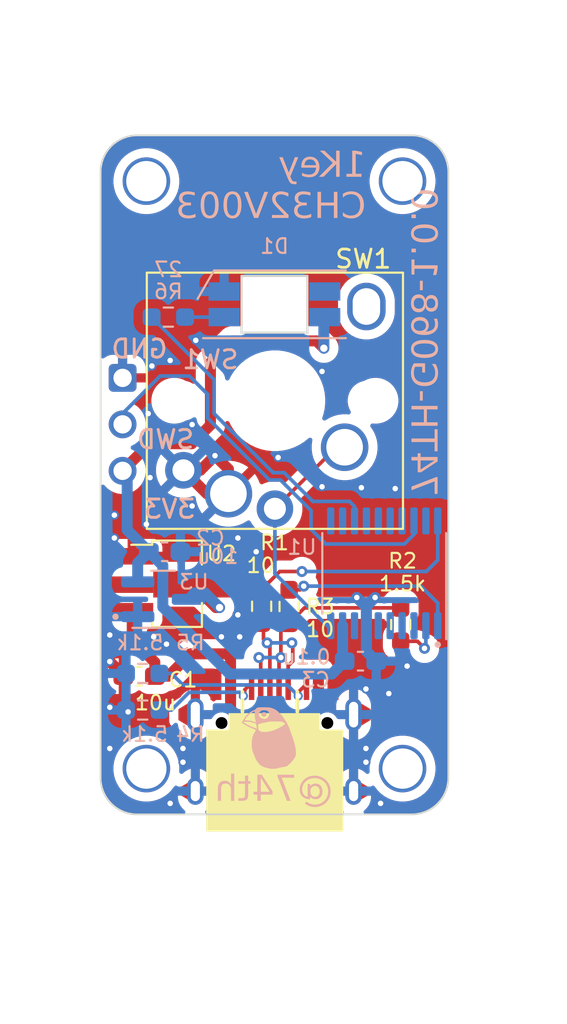
<source format=kicad_pcb>
(kicad_pcb (version 20241229) (generator "pcbnew") (generator_version "9.0")
  (title_block (rev "1.0.0"))
  (layers (0 "F.Cu" signal) (2 "B.Cu" signal) (13 "F.Paste" user) (15 "B.Paste" user) (5 "F.SilkS" user "F.Silkscreen") (7 "B.SilkS" user "B.Silkscreen") (1 "F.Mask" user) (3 "B.Mask" user) (25 "Edge.Cuts" user))
  (net 0 "")
  (net 1 "GND")
  (net 2 "+5V")
  (net 3 "+3V3")
  (net 4 "/SWDIO")
  (net 5 "Net-(D1-DIN)")
  (net 7 "/D-")
  (net 8 "/D+")
  (net 9 "Net-(J1-CC1)")
  (net 10 "Net-(J1-CC2)")
  (net 11 "Net-(U1-PD3{slash}UART_CTS{slash}ADC4)")
  (net 12 "Net-(U1-PD5{slash}UART_TX{slash}ADC5)")
  (net 13 "Net-(U1-PD4{slash}UART_CK{slash}ADC7)")
  (net 14 "Net-(U1-PC3)")
  (net 15 "Net-(U1-PC0)")
  (net 28 "Net-(U2-VO)")
  (footprint "74th:Register_0603_1608_WithSizeText" (layer "F.Cu") (at 114.4 65.73 -90)
    (property "Reference" "R2" (at -3.48 -0.1 180) (layer "F.SilkS") (effects (font (size 0.8 0.8) (thickness 0.12))))
    (property "Value" "1.5k" (hide yes))
    (fp_line (start -0.254724 0.5225) (end 0.254724 0.5225) (stroke (width 0.12)) (layer "F.SilkS"))
    (fp_line (start -0.254724 -0.5225) (end 0.254724 -0.5225) (stroke (width 0.12)) (layer "F.SilkS"))
    (fp_text user "${VALUE}" (at -2.23 -0.1 0) (layer "F.SilkS") (effects (font (size 0.8 0.8) (thickness 0.12))))
    (pad "1" smd roundrect (at -0.9125 0 270) (size 0.975 0.95) (layers "F.Cu" "F.Mask" "F.Paste") (net 7 "/D-"))
    (pad "2" smd roundrect (at 0.9125 0 270) (size 0.975 0.95) (layers "F.Cu" "F.Mask" "F.Paste") (net 12 "Net-(U1-PD5{slash}UART_TX{slash}ADC5)"))
  )
  (footprint "74th:Connector_USB-C-Receptacle_SMT_12-Pin_Simple" (layer "F.Cu") (at 107.5 74.73)
    (property "Reference" "J1" (hide yes))
    (property "Value" "USB2.0-C_SMT")
    (fp_line (start -1.75 -4.23) (end -1.75 -5.33) (stroke (width 0.2)) (layer "F.SilkS"))
    (fp_line (start 1.25 -4.23) (end 1.25 -5.33) (stroke (width 0.2)) (layer "F.SilkS"))
    (fp_rect (start -3.67 -3.2) (end 3.7 2.25) (stroke (width 0.12)) (fill yes) (layer "F.SilkS"))
    (fp_rect (start -2.45 -4.1) (end 2.45 -2.85) (stroke (width 0.12)) (fill yes) (layer "F.SilkS"))
    (pad "" np_thru_hole circle (at -2.89 -3.62 180) (size 0.65 0.65) (drill 0.65) (layers "*.Mask"))
    (pad "" np_thru_hole circle (at 2.89 -3.62 180) (size 0.65 0.65) (drill 0.65) (layers "*.Mask"))
    (pad "1" smd rect (at -2.4 -5.73 180) (size 0.6 1.7) (layers "F.Cu" "F.Mask" "F.Paste") (net 2 "+5V"))
    (pad "1" smd rect (at 2.4 -5.73 180) (size 0.6 1.7) (layers "F.Cu" "F.Mask" "F.Paste") (net 2 "+5V"))
    (pad "2" smd rect (at -0.75 -5.73 180) (size 0.3 1.7) (layers "F.Cu" "F.Mask" "F.Paste") (net 7 "/D-"))
    (pad "2" smd rect (at 0.25 -5.73 180) (size 0.3 1.7) (layers "F.Cu" "F.Mask" "F.Paste") (net 7 "/D-"))
    (pad "3" smd rect (at -0.25 -5.73 180) (size 0.3 1.7) (layers "F.Cu" "F.Mask" "F.Paste") (net 8 "/D+"))
    (pad "3" smd rect (at 0.75 -5.73 180) (size 0.3 1.7) (layers "F.Cu" "F.Mask" "F.Paste") (net 8 "/D+"))
    (pad "4" smd rect (at -3.2 -5.73 180) (size 0.6 1.7) (layers "F.Cu" "F.Mask" "F.Paste") (net 1 "GND"))
    (pad "4" smd rect (at 3.2 -5.73 180) (size 0.6 1.7) (layers "F.Cu" "F.Mask" "F.Paste") (net 1 "GND"))
    (pad "5" smd rect (at -1.25 -5.73 180) (size 0.3 1.7) (layers "F.Cu" "F.Mask" "F.Paste") (net 9 "Net-(J1-CC1)"))
    (pad "6" smd rect (at 1.75 -5.73 180) (size 0.3 1.7) (layers "F.Cu" "F.Mask" "F.Paste") (net 10 "Net-(J1-CC2)"))
    (pad "S1" smd trapezoid (at -5 -4.08 90) (size 0.9 0.5) (rect_delta 0 0.3) (layers "F.Cu" "F.Mask" "F.Paste") (net 1 "GND"))
    (pad "S1" smd trapezoid (at -5 0.1 90) (size 0.6 0.5) (rect_delta 0 0.3) (layers "F.Cu" "F.Mask" "F.Paste") (net 1 "GND"))
    (pad "S1" thru_hole oval (at -4.325 -4.08 180) (size 0.9 1.8) (drill oval 0.5 1.4) (layers "*.Cu" "*.Mask") (net 1 "GND"))
    (pad "S1" thru_hole oval (at -4.325 0.1 180) (size 0.9 1.5) (drill oval 0.5 1.1) (layers "*.Cu" "*.Mask") (net 1 "GND"))
    (pad "S1" thru_hole oval (at 4.325 -4.08 180) (size 0.9 1.8) (drill oval 0.5 1.4) (layers "*.Cu" "*.Mask") (net 1 "GND"))
    (pad "S1" thru_hole oval (at 4.325 0.1 180) (size 0.9 1.5) (drill oval 0.5 1.1) (layers "*.Cu" "*.Mask") (net 1 "GND"))
    (pad "S1" smd trapezoid (at 5 -4.08 270) (size 0.9 0.5) (rect_delta 0 0.3) (layers "F.Cu" "F.Mask" "F.Paste") (net 1 "GND"))
    (pad "S1" smd trapezoid (at 5 0.1 270) (size 0.6 0.5) (rect_delta 0 0.3) (layers "F.Cu" "F.Mask" "F.Paste") (net 1 "GND"))
  )
  (footprint "74th:Register_0603_1608_WithSizeText" (layer "F.Cu") (at 106.8 64.73 90)
    (property "Reference" "R1" (at 3.48 0.7 180) (layer "F.SilkS") (effects (font (size 0.8 0.8) (thickness 0.12))))
    (property "Value" "10" (hide yes))
    (fp_line (start -0.254724 -0.5225) (end 0.254724 -0.5225) (stroke (width 0.12)) (layer "F.SilkS"))
    (fp_line (start -0.254724 0.5225) (end 0.254724 0.5225) (stroke (width 0.12)) (layer "F.SilkS"))
    (fp_text user "${VALUE}" (at 2.23 -0.05 0) (layer "F.SilkS") (effects (font (size 0.8 0.8) (thickness 0.12))))
    (pad "1" smd roundrect (at -0.9125 0 90) (size 0.975 0.95) (layers "F.Cu" "F.Mask" "F.Paste") (net 8 "/D+"))
    (pad "2" smd roundrect (at 0.9125 0 90) (size 0.975 0.95) (layers "F.Cu" "F.Mask" "F.Paste") (net 11 "Net-(U1-PD3{slash}UART_CTS{slash}ADC4)"))
  )
  (footprint "74th:Package_SOT-89-3" (layer "F.Cu") (at 102.175 63.5)
    (property "Reference" "U2" (at 2.425 -1.65 0) (layer "F.SilkS") (effects (font (size 0.8 0.8) (thickness 0.12))))
    (property "Value" "AMS1117")
    (fp_line (start -2.5 -2.13) (end -1.36 -2.13) (stroke (width 0.12)) (layer "F.SilkS"))
    (fp_line (start -1.36 -2.36) (end -1.36 -2.13) (stroke (width 0.12)) (layer "F.SilkS"))
    (fp_line (start -1.36 -2.36) (end 1.36 -2.36) (stroke (width 0.12)) (layer "F.SilkS"))
    (fp_line (start -1.36 2.36) (end -1.36 2.13) (stroke (width 0.12)) (layer "F.SilkS"))
    (fp_line (start 1.36 -2.36) (end 1.36 -1.05) (stroke (width 0.12)) (layer "F.SilkS"))
    (fp_line (start 1.36 1.05) (end 1.36 2.36) (stroke (width 0.12)) (layer "F.SilkS"))
    (fp_line (start 1.36 2.36) (end -1.36 2.36) (stroke (width 0.12)) (layer "F.SilkS"))
    (pad "1" smd rect (at -2.45 -1.5) (size 2.3 0.9) (layers "F.Cu" "F.Mask" "F.Paste") (net 1 "GND"))
    (pad "2" smd rect (at -2.45 0.05) (size 2.3 0.9) (layers "F.Cu" "F.Mask" "F.Paste") (net 28 "Net-(U2-VO)"))
    (pad "2" smd rect (at 0.85 0.025) (size 4.3 1.45) (layers "F.Cu" "F.Mask" "F.Paste") (net 28 "Net-(U2-VO)"))
    (pad "3" smd rect (at -2.45 1.5) (size 2.3 0.9) (layers "F.Cu" "F.Mask" "F.Paste") (net 2 "+5V"))
  )
  (footprint "74th:Hole_M2_2.2-TH" (layer "F.Cu") (at 114.5 73.6 180)
    (property "Reference" "M2" (hide yes))
    (property "Value" "Hole_M2_2.2-TH" (hide yes))
    (pad "" thru_hole circle (at 0 0 180) (size 2.6 2.6) (drill 2.2) (layers "*.Cu" "*.Mask"))
  )
  (footprint "74th:Hole_M2_2.2-TH" (layer "F.Cu") (at 100.5 73.6 180)
    (property "Reference" "M2" (hide yes))
    (property "Value" "Hole_M2_2.2-TH" (hide yes))
    (pad "" thru_hole circle (at 0 0 180) (size 2.6 2.6) (drill 2.2) (layers "*.Cu" "*.Mask"))
  )
  (footprint "74th:PinOut_Pin_3_3GND" (layer "F.Cu") (at 99.2 57.33 90)
    (property "Reference" "CH1" (hide yes))
    (property "Value" "SWD" (hide yes))
    (pad "1" thru_hole circle (at 0 0 90) (size 1.524 1.524) (drill 1) (layers "*.Cu" "*.Mask") (net 3 "+3V3"))
    (pad "2" thru_hole circle (at 2.54 0 90) (size 1.524 1.524) (drill 1) (layers "*.Cu" "*.Mask") (net 4 "/SWDIO"))
    (pad "3" thru_hole roundrect (at 5.08 0 90) (size 1.524 1.524) (drill 1) (layers "*.Cu" "*.Mask") (roundrect_rratio 0.1640419948) (net 1 "GND"))
  )
  (footprint "74th:Hole_M2_2.2-TH" (layer "F.Cu") (at 100.5 41.5)
    (property "Reference" "M2" (hide yes))
    (property "Value" "Hole_M2_2.2-TH" (hide yes))
    (pad "" thru_hole circle (at 0 0) (size 2.6 2.6) (drill 2.2) (layers "*.Cu" "*.Mask"))
  )
  (footprint "74th:Switch_MXChoc_1.0u" (layer "F.Cu") (at 107.524363 53.5 180)
    (property "Reference" "SW1" (hide yes))
    (property "Value" "SW_Push" (hide yes))
    (fp_line (start 7 7) (end -7 7) (stroke (width 0.12)) (layer "F.SilkS"))
    (fp_line (start 7 -7) (end 7 7) (stroke (width 0.12)) (layer "F.SilkS"))
    (fp_line (start -7 7) (end -7 -7) (stroke (width 0.12)) (layer "F.SilkS"))
    (fp_line (start -7 -7) (end 7 -7) (stroke (width 0.12)) (layer "F.SilkS"))
    (fp_text user "${REFERENCE}" (at -4.826 7.747 0) (layer "F.SilkS"))
    (fp_text user "${REFERENCE}" (at 3.524363 2.25 0) (layer "B.SilkS") (effects (justify mirror)))
    (pad "" np_thru_hole circle (at -5.5 0 180) (size 2 2) (drill 2) (layers "*.Cu" "*.Mask"))
    (pad "" np_thru_hole circle (at -5.08 0 180) (size 1.7 1.7) (drill 1.7) (layers "*.Cu" "*.Mask"))
    (pad "" thru_hole oval (at -5 5.15) (size 2.1 2.6) (drill oval 1.5 2) (layers "*.Cu" "*.Mask"))
    (pad "" np_thru_hole circle (at 0 0 270) (size 5 5) (drill 5) (layers "*.Cu" "*.Mask"))
    (pad "" np_thru_hole circle (at 5.08 0 180) (size 1.7 1.7) (drill 1.7) (layers "*.Cu" "*.Mask"))
    (pad "" np_thru_hole circle (at 5.5 0 180) (size 2 2) (drill 2) (layers "*.Cu" "*.Mask"))
    (pad "1" thru_hole circle (at -3.81 -2.54) (size 2.6 2.6) (drill 2) (layers "*.Cu" "*.Mask") (net 15 "Net-(U1-PC0)"))
    (pad "1" thru_hole circle (at 0 -5.9 180) (size 2 2) (drill 1.2) (layers "*.Cu" "*.Mask") (net 15 "Net-(U1-PC0)"))
    (pad "2" thru_hole circle (at 2.54 -5.08) (size 2.6 2.6) (drill 2) (layers "*.Cu" "*.Mask") (net 1 "GND"))
    (pad "2" thru_hole circle (at 5 -3.8 180) (size 2 2) (drill 1.2) (layers "*.Cu" "*.Mask") (net 1 "GND"))
  )
  (footprint "74th:Hole_M2_2.2-TH" (layer "F.Cu") (at 114.5 41.5)
    (property "Reference" "M2" (hide yes))
    (property "Value" "Hole_M2_2.2-TH" (hide yes))
    (pad "" thru_hole circle (at 0 0) (size 2.6 2.6) (drill 2.2) (layers "*.Cu" "*.Mask"))
  )
  (footprint "74th:Capacitor_0603_1608_WithSizeText" (layer "F.Cu") (at 100.2 68.55 180)
    (property "Reference" "C1" (at -2.3 -0.2 0) (layer "F.SilkS") (effects (font (size 0.8 0.8) (thickness 0.12))))
    (property "Value" "10u" (hide yes))
    (fp_line (start -0.046267 0.51) (end 0.246267 0.51) (stroke (width 0.12)) (layer "F.SilkS"))
    (fp_line (start -0.046267 -0.51) (end 0.246267 -0.51) (stroke (width 0.12)) (layer "F.SilkS"))
    (fp_text user "${VALUE}" (at -0.8 -1.45 0) (layer "F.SilkS") (effects (font (size 0.8 0.8) (thickness 0.12))))
    (pad "1" smd roundrect (at -0.7625 0 180) (size 1.075 0.95) (layers "F.Cu" "F.Mask" "F.Paste") (net 2 "+5V"))
    (pad "2" smd roundrect (at 0.9625 0 180) (size 1.075 0.95) (layers "F.Cu" "F.Mask" "F.Paste") (net 1 "GND"))
  )
  (footprint "74th:Register_0603_1608_WithSizeText" (layer "F.Cu") (at 108.3 64.7425 90)
    (property "Reference" "R3" (at -0.0075 1.7 180) (layer "F.SilkS") (effects (font (size 0.8 0.8) (thickness 0.12))))
    (property "Value" "10" (hide yes))
    (fp_line (start -0.254724 -0.5225) (end 0.254724 -0.5225) (stroke (width 0.12)) (layer "F.SilkS"))
    (fp_line (start -0.254724 0.5225) (end 0.254724 0.5225) (stroke (width 0.12)) (layer "F.SilkS"))
    (fp_text user "${VALUE}" (at -1.2575 1.7 0) (layer "F.SilkS") (effects (font (size 0.8 0.8) (thickness 0.12))))
    (pad "1" smd roundrect (at -0.9125 0 90) (size 0.975 0.95) (layers "F.Cu" "F.Mask" "F.Paste") (net 7 "/D-"))
    (pad "2" smd roundrect (at 0.9125 0 90) (size 0.975 0.95) (layers "F.Cu" "F.Mask" "F.Paste") (net 13 "Net-(U1-PD4{slash}UART_CK{slash}ADC7)"))
  )
  (footprint "74th:Package_SOT-23" (layer "B.Cu") (at 101.4125 64.35)
    (property "Reference" "U3" (at 1.6875 -0.95 0) (layer "B.SilkS") (effects (font (size 0.8 0.8) (thickness 0.12)) (justify mirror)))
    (property "Value" "CH213K")
    (fp_line (start 0 -1.56) (end -0.65 -1.56) (stroke (width 0.12)) (layer "B.SilkS"))
    (fp_line (start 0 -1.56) (end 0.65 -1.56) (stroke (width 0.12)) (layer "B.SilkS"))
    (fp_line (start 0 1.56) (end -1.675 1.56) (stroke (width 0.12)) (layer "B.SilkS"))
    (fp_line (start 0 1.56) (end 0.65 1.56) (stroke (width 0.12)) (layer "B.SilkS"))
    (fp_circle (center -2.6 0.95) (end -2.486863 0.95) (stroke (width 0.12)) (fill yes) (layer "B.SilkS"))
    (pad "1" smd roundrect (at -1.3875 0.95) (size 1.825 0.6) (layers "B.Cu" "B.Mask" "B.Paste") (net 1 "GND"))
    (pad "2" smd roundrect (at -1.3875 -0.95) (size 1.825 0.6) (layers "B.Cu" "B.Mask" "B.Paste") (net 3 "+3V3"))
    (pad "3" smd roundrect (at 1.3875 0) (size 1.825 0.6) (layers "B.Cu" "B.Mask" "B.Paste") (net 28 "Net-(U2-VO)"))
  )
  (footprint "74th:Package_TSSOP-20_4.4x6.5mm_P0.65mm" (layer "B.Cu") (at 113.5 62.93 90)
    (property "Reference" "U1" (at 1.43 -4.5 0) (layer "B.SilkS") (effects (font (size 0.8 0.8) (thickness 0.12)) (justify mirror)))
    (property "Value" "CH32V003F4P6")
    (fp_line (start 0 -3.385) (end 2.2 -3.385) (stroke (width 0.12)) (layer "B.SilkS"))
    (fp_line (start 0 -3.385) (end -2.2 -3.385) (stroke (width 0.12)) (layer "B.SilkS"))
    (fp_line (start 0 3.385) (end 2.2 3.385) (stroke (width 0.12)) (layer "B.SilkS"))
    (fp_line (start 0 3.385) (end -3.6 3.385) (stroke (width 0.12)) (layer "B.SilkS"))
    (fp_circle (center -3.9 2.925) (end -3.786863 2.925) (stroke (width 0.12)) (fill yes) (layer "B.SilkS"))
    (pad "1" smd roundrect (at -2.8625 2.925 90) (size 1.475 0.4) (layers "B.Cu" "B.Mask" "B.Paste") (net 13 "Net-(U1-PD4{slash}UART_CK{slash}ADC7)"))
    (pad "2" smd roundrect (at -2.8625 2.275 90) (size 1.475 0.4) (layers "B.Cu" "B.Mask" "B.Paste") (net 12 "Net-(U1-PD5{slash}UART_TX{slash}ADC5)"))
    (pad "3" smd roundrect (at -2.8625 1.625 90) (size 1.475 0.4) (layers "B.Cu" "B.Mask" "B.Paste"))
    (pad "4" smd roundrect (at -2.8625 0.975 90) (size 1.475 0.4) (layers "B.Cu" "B.Mask" "B.Paste"))
    (pad "5" smd roundrect (at -2.8625 0.325 90) (size 1.475 0.4) (layers "B.Cu" "B.Mask" "B.Paste"))
    (pad "6" smd roundrect (at -2.8625 -0.325 90) (size 1.475 0.4) (layers "B.Cu" "B.Mask" "B.Paste"))
    (pad "7" smd roundrect (at -2.8625 -0.975 90) (size 1.475 0.4) (layers "B.Cu" "B.Mask" "B.Paste") (net 1 "GND"))
    (pad "8" smd roundrect (at -2.8625 -1.625 90) (size 1.475 0.4) (layers "B.Cu" "B.Mask" "B.Paste"))
    (pad "9" smd roundrect (at -2.8625 -2.275 90) (size 1.475 0.4) (layers "B.Cu" "B.Mask" "B.Paste") (net 3 "+3V3"))
    (pad "10" smd roundrect (at -2.8625 -2.925 90) (size 1.475 0.4) (layers "B.Cu" "B.Mask" "B.Paste") (net 15 "Net-(U1-PC0)"))
    (pad "11" smd roundrect (at 2.8625 -2.925 90) (size 1.475 0.4) (layers "B.Cu" "B.Mask" "B.Paste"))
    (pad "12" smd roundrect (at 2.8625 -2.275 90) (size 1.475 0.4) (layers "B.Cu" "B.Mask" "B.Paste"))
    (pad "13" smd roundrect (at 2.8625 -1.625 90) (size 1.475 0.4) (layers "B.Cu" "B.Mask" "B.Paste") (net 14 "Net-(U1-PC3)"))
    (pad "14" smd roundrect (at 2.8625 -0.975 90) (size 1.475 0.4) (layers "B.Cu" "B.Mask" "B.Paste"))
    (pad "15" smd roundrect (at 2.8625 -0.325 90) (size 1.475 0.4) (layers "B.Cu" "B.Mask" "B.Paste"))
    (pad "16" smd roundrect (at 2.8625 0.325 90) (size 1.475 0.4) (layers "B.Cu" "B.Mask" "B.Paste"))
    (pad "17" smd roundrect (at 2.8625 0.975 90) (size 1.475 0.4) (layers "B.Cu" "B.Mask" "B.Paste"))
    (pad "18" smd roundrect (at 2.8625 1.625 90) (size 1.475 0.4) (layers "B.Cu" "B.Mask" "B.Paste") (net 4 "/SWDIO"))
    (pad "19" smd roundrect (at 2.8625 2.275 90) (size 1.475 0.4) (layers "B.Cu" "B.Mask" "B.Paste"))
    (pad "20" smd roundrect (at 2.8625 2.925 90) (size 1.475 0.4) (layers "B.Cu" "B.Mask" "B.Paste") (net 11 "Net-(U1-PD3{slash}UART_CTS{slash}ADC4)"))
  )
  (footprint "74th:Register_0603_1608_WithSizeText" (layer "B.Cu") (at 100.3 70.4)
    (property "Reference" "R4" (at 2.6 1.32 180) (layer "B.SilkS") (effects (font (size 0.8 0.8) (thickness 0.12)) (justify mirror)))
    (property "Value" "5.1k" (hide yes))
    (fp_line (start -0.254724 -0.5225) (end 0.254724 -0.5225) (stroke (width 0.12)) (layer "B.SilkS"))
    (fp_line (start -0.254724 0.5225) (end 0.254724 0.5225) (stroke (width 0.12)) (layer "B.SilkS"))
    (fp_text user "${VALUE}" (at 0.1 1.32 0) (layer "B.SilkS") (effects (font (size 0.8 0.8) (thickness 0.12)) (justify mirror)))
    (pad "1" smd roundrect (at -0.9125 0) (size 0.975 0.95) (layers "B.Cu" "B.Mask" "B.Paste") (net 1 "GND"))
    (pad "2" smd roundrect (at 0.9125 0) (size 0.975 0.95) (layers "B.Cu" "B.Mask" "B.Paste") (net 9 "Net-(J1-CC1)"))
  )
  (footprint "74th:Logo_74th_4mm" (layer "B.Cu") (at 107.3 72.1 180)
    (property "Reference" "MISC-ICON" (hide yes))
    (property "Value" "LOGO" (hide yes))
    (fp_poly (pts (xy 0.399165 1.581118) (xy 0.420822 1.576964) (xy 0.439946 1.567833) (xy 0.453666 1.55869) (xy 0.487621 1.530623) (xy 0.508813 1.502115) (xy 0.519752 1.469431) (xy 0.521463 1.457794) (xy 0.523017 1.436743) (xy 0.520177 1.42204) (xy 0.510515 1.408073) (xy 0.491924 1.389535) (xy 0.468598 1.369727) (xy 0.44494 1.353334) (xy 0.432537 1.346784) (xy 0.392312 1.337093) (xy 0.348961 1.338191) (xy 0.309286 1.349718) (xy 0.301534 1.353728) (xy 0.267487 1.378858) (xy 0.246763 1.409139) (xy 0.237154 1.448006) (xy 0.236531 1.454844) (xy 0.239228 1.499629) (xy 0.254394 1.535203) (xy 0.281555 1.561108) (xy 0.320236 1.576886) (xy 0.36846 1.582082)) (fill yes) (layer "B.SilkS"))
    (fp_poly (pts (xy 0.519394 1.851859) (xy 0.58367 1.850197) (xy 0.636187 1.846941) (xy 0.678871 1.841644) (xy 0.713646 1.833862) (xy 0.742438 1.82315) (xy 0.767173 1.809064) (xy 0.789776 1.791158) (xy 0.812173 1.768988) (xy 0.814864 1.766099) (xy 0.83959 1.741489) (xy 0.864419 1.722369) (xy 0.894592 1.705192) (xy 0.927539 1.689828) (xy 1.042763 1.632057) (xy 1.150334 1.564234) (xy 1.247405 1.488246) (xy 1.287831 1.450989) (xy 1.333186 1.403532) (xy 1.378775 1.349886) (xy 1.421345 1.294259) (xy 1.457644 1.240857) (xy 1.480139 1.202263) (xy 1.500112 1.16538) (xy 1.521379 1.12781) (xy 1.54059 1.095412) (xy 1.548323 1.083068) (xy 1.5625 1.059484) (xy 1.571766 1.040912) (xy 1.574217 1.031193) (xy 1.574119 1.030997) (xy 1.57638 1.023359) (xy 1.580126 1.021331) (xy 1.585245 1.019255) (xy 1.586478 1.016385) (xy 1.581976 1.010855) (xy 1.56989 1.000799) (xy 1.548369 0.984351) (xy 1.529048 0.969803) (xy 1.483218 0.937689) (xy 1.425368 0.901051) (xy 1.357915 0.861354) (xy 1.283271 0.820062) (xy 1.273515 0.81484) (xy 1.245891 0.80068) (xy 1.211051 0.783669) (xy 1.171821 0.765089) (xy 1.131026 0.746225) (xy 1.091489 0.728361) (xy 1.056036 0.712778) (xy 1.027492 0.700762) (xy 1.008681 0.693596) (xy 1.003611 0.692201) (xy 0.990335 0.687594) (xy 0.987804 0.685703) (xy 0.977172 0.683677) (xy 0.971952 0.68501) (xy 0.962387 0.684363) (xy 0.960996 0.680811) (xy 0.955303 0.675796) (xy 0.949277 0.676904) (xy 0.939254 0.676347) (xy 0.937557 0.672292) (xy 0.932996 0.666715) (xy 0.930115 0.667781) (xy 0.920337 0.665942) (xy 0.902913 0.656376) (xy 0.887906 0.645841) (xy 0.864545 0.629862) (xy 0.842696 0.617924) (xy 0.832844 0.614209) (xy 0.817868 0.608324) (xy 0.81255 0.60261) (xy 0.816625 0.593608) (xy 0.827533 0.575001) (xy 0.843296 0.550088) (xy 0.851701 0.537314) (xy 0.902322 0.453492) (xy 0.947044 0.363938) (xy 0.983956 0.273072) (xy 1.011144 0.185318) (xy 1.019364 0.149669) (xy 1.028545 0.092127) (xy 1.035472 0.023098) (xy 1.04005 -0.053431) (xy 1.04219 -0.133472) (xy 1.041798 -0.213036) (xy 1.038782 -0.288136) (xy 1.033051 -0.354784) (xy 1.031323 -0.368615) (xy 1.02372 -0.420185) (xy 1.014904 -0.468115) (xy 1.004121 -0.514759) (xy 0.990614 -0.562473) (xy 0.973631 -0.613611) (xy 0.952415 -0.67053) (xy 0.926211 -0.735583) (xy 0.894266 -0.811126) (xy 0.875761 -0.853893) (xy 0.856627 -0.898061) (xy 0.83982 -0.937222) (xy 0.826273 -0.969171) (xy 0.816921 -0.991701) (xy 0.812698 -1.002606) (xy 0.81255 -1.003224) (xy 0.808401 -1.011196) (xy 0.797416 -1.028689) (xy 0.781786 -1.05247) (xy 0.7637 -1.079304) (xy 0.745349 -1.10596) (xy 0.728924 -1.129202) (xy 0.716615 -1.145797) (xy 0.712805 -1.150461) (xy 0.705277 -1.160871) (xy 0.705424 -1.164134) (xy 0.702695 -1.169085) (xy 0.691122 -1.18212) (xy 0.673143 -1.200509) (xy 0.671476 -1.202155) (xy 0.652228 -1.221827) (xy 0.638389 -1.237351) (xy 0.632858 -1.24547) (xy 0.632851 -1.245584) (xy 0.628361 -1.254281) (xy 0.61686 -1.270676) (xy 0.607459 -1.282862) (xy 0.573915 -1.31391) (xy 0.535189 -1.335954) (xy 0.502635 -1.351883) (xy 0.468925 -1.370205) (xy 0.450117 -1.381473) (xy 0.417095 -1.398973) (xy 0.372824 -1.417424) (xy 0.321494 -1.435368) (xy 0.267294 -1.45135) (xy 0.214416 -1.463913) (xy 0.21095 -1.464611) (xy 0.171588 -1.473065) (xy 0.128366 -1.483287) (xy 0.096468 -1.491512) (xy 0.044695 -1.501916) (xy -0.019315 -1.508652) (xy -0.092571 -1.511554) (xy -0.172082 -1.510457) (xy -0.210951 -1.508502) (xy -0.256899 -1.504602) (xy -0.300575 -1.498317) (xy -0.347135 -1.488696) (xy -0.401734 -1.474784) (xy -0.418986 -1.470039) (xy -0.510819 -1.446052) (xy -0.593934 -1.427918) (xy -0.673633 -1.414588) (xy -0.739757 -1.406546) (xy -0.791883 -1.398014) (xy -0.840713 -1.382378) (xy -0.864765 -1.372058) (xy -0.891263 -1.359609) (xy -0.910313 -1.349984) (xy -0.919117 -1.344629) (xy -0.919022 -1.343998) (xy -0.916579 -1.339668) (xy -0.926538 -1.327579) (xy -0.948168 -1.308432) (xy -0.980736 -1.282932) (xy -0.989761 -1.276194) (xy -1.031279 -1.241672) (xy -1.078037 -1.196485) (xy -1.12758 -1.143567) (xy -1.177455 -1.085854) (xy -1.225208 -1.026279) (xy -1.268383 -0.967778) (xy -1.304528 -0.913285) (xy -1.328484 -0.871147) (xy -1.344006 -0.838326) (xy -1.355571 -0.807185) (xy -1.363643 -0.774688) (xy -1.368684 -0.737799) (xy -1.371158 -0.693482) (xy -1.371529 -0.638701) (xy -1.370812 -0.593786) (xy -1.3645 -0.495274) (xy -1.349791 -0.385193) (xy -1.327029 -0.264927) (xy -1.296555 -0.135861) (xy -1.258711 0.000619) (xy -1.213839 0.14313) (xy -1.162282 0.290286) (xy -1.133708 0.366199) (xy -1.116917 0.410584) (xy -1.102569 0.450025) (xy -1.091462 0.482206) (xy -1.084391 0.504808) (xy -1.082152 0.515516) (xy -1.082268 0.515931) (xy -1.080338 0.523654) (xy -1.077893 0.524872) (xy -1.070864 0.533905) (xy -1.068369 0.545072) (xy -1.065091 0.558757) (xy -1.061148 0.562535) (xy -1.058282 0.568328) (xy -1.05974 0.574255) (xy -1.059511 0.584295) (xy -1.055834 0.585974) (xy -1.050819 0.591667) (xy -1.051927 0.597693) (xy -1.051698 0.607734) (xy -1.048021 0.609413) (xy -1.043006 0.615106) (xy -1.044114 0.621132) (xy -1.043885 0.631173) (xy -1.040208 0.632852) (xy -1.035193 0.638545) (xy -1.036302 0.644571) (xy -1.035744 0.654594) (xy -1.031689 0.656291) (xy -1.026246 0.661028) (xy -1.027407 0.664104) (xy -1.027537 0.671336) (xy -1.025264 0.671917) (xy -1.018958 0.6782) (xy -1.018292 0.682846) (xy -1.014597 0.700545) (xy -1.004242 0.729603) (xy -0.988322 0.767813) (xy -0.967932 0.812968) (xy -0.944168 0.862862) (xy -0.918125 0.915287) (xy -0.899237 0.951881) (xy -0.774729 0.951881) (xy -0.7632 0.932436) (xy -0.739381 0.907849) (xy -0.704207 0.878848) (xy -0.658614 0.846165) (xy -0.603536 0.810531) (xy -0.539909 0.772677) (xy -0.492218 0.746031) (xy -0.344691 0.671557) (xy -0.198527 0.609605) (xy -0.055543 0.560901) (xy 0.026786 0.538625) (xy 0.08342 0.52533) (xy 0.130992 0.515599) (xy 0.173946 0.508953) (xy 0.216726 0.504912) (xy 0.263776 0.502993) (xy 0.319541 0.502718) (xy 0.35549 0.503092) (xy 0.405859 0.503989) (xy 0.443625 0.505321) (xy 0.471813 0.507425) (xy 0.493447 0.510636) (xy 0.511549 0.515289) (xy 0.529144 0.521719) (xy 0.531282 0.522592) (xy 0.560488 0.536096) (xy 0.595036 0.554201) (xy 0.626028 0.572139) (xy 0.677803 0.604006) (xy 0.680366 0.670822) (xy 0.765672 0.670822) (xy 0.822316 0.701642) (xy 0.859197 0.719698) (xy 0.900922 0.737134) (xy 0.937557 0.749885) (xy 0.975923 0.762814) (xy 1.02414 0.781359) (xy 1.078255 0.803816) (xy 1.134318 0.828477) (xy 1.188375 0.853638) (xy 1.236473 0.877592) (xy 1.250076 0.884786) (xy 1.292208 0.908007) (xy 1.335254 0.932671) (xy 1.377057 0.957438) (xy 1.415457 0.980966) (xy 1.448293 1.001913) (xy 1.473407 1.018937) (xy 1.488639 1.030698) (xy 1.492279 1.03524) (xy 1.490641 1.044534) (xy 1.48445 1.051484) (xy 1.471789 1.056418) (xy 1.450742 1.059663) (xy 1.419392 1.061547) (xy 1.375822 1.062398) (xy 1.332503 1.062555) (xy 1.257335 1.061575) (xy 1.193652 1.058288) (xy 1.137412 1.052155) (xy 1.084575 1.042637) (xy 1.0311 1.029194) (xy 0.990283 1.016893) (xy 0.95424 1.006027) (xy 0.919408 0.996525) (xy 0.891389 0.989879) (xy 0.882866 0.988278) (xy 0.858415 0.983332) (xy 0.839058 0.977678) (xy 0.834699 0.975796) (xy 0.824013 0.963379) (xy 0.812268 0.938581) (xy 0.800295 0.90453) (xy 0.788923 0.864358) (xy 0.778984 0.821194) (xy 0.77131 0.778167) (xy 0.76673 0.738407) (xy 0.765807 0.716294) (xy 0.765672 0.670822) (xy 0.680366 0.670822) (xy 0.681877 0.710232) (xy 0.68429 0.753711) (xy 0.687926 0.795536) (xy 0.692312 0.831193) (xy 0.696972 0.856168) (xy 0.697411 0.85782) (xy 0.708871 0.899183) (xy 0.685424 0.911308) (xy 0.65061 0.927748) (xy 0.610802 0.943381) (xy 0.564414 0.958631) (xy 0.509862 0.973924) (xy 0.445561 0.989685) (xy 0.369924 1.006338) (xy 0.281367 1.024308) (xy 0.218763 1.036396) (xy 0.1908 1.041711) (xy 0.820363 1.041711) (xy 0.822054 1.035208) (xy 0.828463 1.032507) (xy 0.841593 1.03403) (xy 0.863447 1.040196) (xy 0.896027 1.051427) (xy 0.935066 1.065798) (xy 0.991401 1.085937) (xy 1.041008 1.10125) (xy 1.087985 1.112489) (xy 1.136428 1.120406) (xy 1.190433 1.125755) (xy 1.254097 1.129288) (xy 1.287188 1.130492) (xy 1.332434 1.132113) (xy 1.371762 1.133824) (xy 1.402725 1.135496) (xy 1.422875 1.136996) (xy 1.429775 1.138157) (xy 1.425696 1.150035) (xy 1.414846 1.171236) (xy 1.39931 1.198206) (xy 1.381171 1.22739) (xy 1.362512 1.255236) (xy 1.355002 1.265703) (xy 1.327364 1.300225) (xy 1.292004 1.339925) (xy 1.251962 1.381789) (xy 1.21028 1.422802) (xy 1.169999 1.45995) (xy 1.134161 1.490219) (xy 1.111813 1.506736) (xy 1.084678 1.523962) (xy 1.05151 1.543585) (xy 1.01522 1.564052) (xy 0.978719 1.58381) (xy 0.944919 1.601306) (xy 0.916729 1.614985) (xy 0.897062 1.623296) (xy 0.890004 1.625089) (xy 0.886082 1.622668) (xy 0.883142 1.614171) (xy 0.881037 1.597737) (xy 0.879624 1.571501) (xy 0.878755 1.533601) (xy 0.878286 1.482172) (xy 0.878248 1.474689) (xy 0.877821 1.420455) (xy 0.876828 1.37758) (xy 0.874833 1.341794) (xy 0.871401 1.308832) (xy 0.866093 1.274424) (xy 0.858475 1.234304) (xy 0.848949 1.188204) (xy 0.839698 1.143596) (xy 0.831694 1.103933) (xy 0.825461 1.071889) (xy 0.82152 1.050143) (xy 0.820363 1.041711) (xy 0.1908 1.041711) (xy 0.019532 1.074265) (xy -0.261735 1.074275) (xy -0.335766 1.074244) (xy -0.396041 1.07408) (xy -0.444428 1.073681) (xy -0.482798 1.072948) (xy -0.51302 1.071779) (xy -0.536963 1.070075) (xy -0.556497 1.067735) (xy -0.573492 1.064658) (xy -0.589816 1.060745) (xy -0.60734 1.055895) (xy -0.608117 1.055673) (xy -0.648162 1.041613) (xy -0.689321 1.02276) (xy -0.727276 1.001476) (xy -0.75771 0.980124) (xy -0.773032 0.96545) (xy -0.774729 0.951881) (xy -0.899237 0.951881) (xy -0.890898 0.968036) (xy -0.863582 1.018903) (xy -0.837273 1.065681) (xy -0.813065 1.106163) (xy -0.793005 1.136789) (xy -0.77551 1.162057) (xy -0.752384 1.195828) (xy -0.726688 1.233619) (xy -0.702386 1.269601) (xy -0.678095 1.304402) (xy -0.651801 1.339222) (xy -0.621937 1.375866) (xy -0.586937 1.416139) (xy -0.545233 1.461849) (xy -0.497753 1.512155) (xy 0.089225 1.512155) (xy 0.092186 1.459923) (xy 0.093791 1.449085) (xy 0.109502 1.387711) (xy 0.136306 1.335607) (xy 0.175859 1.289593) (xy 0.177449 1.288095) (xy 0.223679 1.250323) (xy 0.268844 1.22595) (xy 0.316104 1.214215) (xy 0.36862 1.214355) (xy 0.429555 1.225608) (xy 0.432952 1.226468) (xy 0.502915 1.250026) (xy 0.560012 1.281515) (xy 0.603944 1.320694) (xy 0.634413 1.367325) (xy 0.645587 1.396958) (xy 0.654385 1.453045) (xy 0.648259 1.507014) (xy 0.627889 1.557567) (xy 0.593954 1.603409) (xy 0.547133 1.643243) (xy 0.502989 1.668878) (xy 0.485448 1.677077) (xy 0.469994 1.682628) (xy 0.453176 1.685932) (xy 0.431544 1.687386) (xy 0.401647 1.687389) (xy 0.360034 1.686342) (xy 0.353595 1.686149) (xy 0.298222 1.683511) (xy 0.255084 1.678706) (xy 0.220835 1.67075) (xy 0.192128 1.65866) (xy 0.165617 1.641453) (xy 0.145697 1.625068) (xy 0.115148 1.591907) (xy 0.096602 1.555209) (xy 0.089225 1.512155) (xy -0.497753 1.512155) (xy -0.495258 1.514799) (xy -0.438644 1.573505) (xy -0.354714 1.650899) (xy -0.266101 1.714449) (xy -0.170237 1.765795) (xy -0.082981 1.800435) (xy -0.043247 1.813301) (xy -0.004579 1.823934) (xy 0.035008 1.83253) (xy 0.077503 1.839287) (xy 0.124892 1.8444) (xy 0.179163 1.848068) (xy 0.242302 1.850486) (xy 0.316297 1.851851) (xy 0.403134 1.852361) (xy 0.441433 1.852369)) (fill yes) (layer "B.SilkS"))
  )
  (footprint "74th:LED_SK6812MINI-E_BACK-RIGHT" (layer "B.Cu") (at 107.5 48.23)
    (property "Reference" "D1" (at 0 -3.175 180) (layer "B.SilkS") (effects (font (size 0.8 0.8) (thickness 0.12)) (justify mirror)))
    (property "Value" "SK6812MINI-E_RGBLED")
    (fp_line (start -4.2 -0.3) (end -3.3 -1.85) (stroke (width 0.12)) (layer "B.SilkS"))
    (fp_line (start -3.3 -1.85) (end 3.9 -1.85) (stroke (width 0.12)) (layer "B.SilkS"))
    (fp_line (start 3.9 1.85) (end -3.9 1.85) (stroke (width 0.12)) (layer "B.SilkS"))
    (fp_line (start -1.8 -1.55) (end 1.8 -1.55) (stroke (width 0.12)) (layer "Edge.Cuts"))
    (fp_line (start -1.8 1.55) (end -1.8 -1.55) (stroke (width 0.12)) (layer "Edge.Cuts"))
    (fp_line (start 1.8 -1.55) (end 1.8 1.55) (stroke (width 0.12)) (layer "Edge.Cuts"))
    (fp_line (start 1.8 1.55) (end -1.8 1.55) (stroke (width 0.12)) (layer "Edge.Cuts"))
    (pad "1" smd rect (at 2.75 0.7) (size 1.7 1) (layers "B.Cu" "B.Mask" "B.Paste") (net 3 "+3V3"))
    (pad "2" smd rect (at 2.75 -0.7) (size 1.7 1) (layers "B.Cu" "B.Mask" "B.Paste"))
    (pad "3" smd rect (at -2.75 -0.7) (size 1.7 1) (layers "B.Cu" "B.Mask" "B.Paste") (net 1 "GND"))
    (pad "4" smd rect (at -2.75 0.7) (size 1.7 1) (layers "B.Cu" "B.Mask" "B.Paste") (net 5 "Net-(D1-DIN)"))
  )
  (footprint "74th:Capacitor_0603_1608_WithSizeText" (layer "B.Cu") (at 112.1 67.73)
    (property "Reference" "C3" (at -2.35 1.02 0) (layer "B.SilkS") (effects (font (size 0.8 0.8) (thickness 0.12)) (justify mirror)))
    (property "Value" "0.1u" (hide yes))
    (fp_line (start -0.046267 -0.51) (end 0.246267 -0.51) (stroke (width 0.12)) (layer "B.SilkS"))
    (fp_line (start -0.046267 0.51) (end 0.246267 0.51) (stroke (width 0.12)) (layer "B.SilkS"))
    (fp_text user "${VALUE}" (at -2.85 -0.23 180) (layer "B.SilkS") (effects (font (size 0.8 0.8) (thickness 0.12)) (justify mirror)))
    (pad "1" smd roundrect (at -0.7625 0) (size 1.075 0.95) (layers "B.Cu" "B.Mask" "B.Paste") (net 3 "+3V3"))
    (pad "2" smd roundrect (at 0.9625 0) (size 1.075 0.95) (layers "B.Cu" "B.Mask" "B.Paste") (net 1 "GND"))
  )
  (footprint "74th:Register_0603_1608_WithSizeText" (layer "B.Cu") (at 101.7 48.93)
    (property "Reference" "R6" (at 0 -1.4 180) (layer "B.SilkS") (effects (font (size 0.8 0.8) (thickness 0.12)) (justify mirror)))
    (property "Value" "27" (hide yes))
    (fp_line (start -0.254724 -0.5225) (end 0.254724 -0.5225) (stroke (width 0.12)) (layer "B.SilkS"))
    (fp_line (start -0.254724 0.5225) (end 0.254724 0.5225) (stroke (width 0.12)) (layer "B.SilkS"))
    (fp_text user "${VALUE}" (at 0 -2.6 0) (layer "B.SilkS") (effects (font (size 0.8 0.8) (thickness 0.12)) (justify mirror)))
    (pad "1" smd roundrect (at -0.9125 0) (size 0.975 0.95) (layers "B.Cu" "B.Mask" "B.Paste") (net 14 "Net-(U1-PC3)"))
    (pad "2" smd roundrect (at 0.9125 0) (size 0.975 0.95) (layers "B.Cu" "B.Mask" "B.Paste") (net 5 "Net-(D1-DIN)"))
  )
  (footprint "74th:Register_0603_1608_WithSizeText" (layer "B.Cu") (at 100.3 68.4)
    (property "Reference" "R5" (at 2.6 -1.68 180) (layer "B.SilkS") (effects (font (size 0.8 0.8) (thickness 0.12)) (justify mirror)))
    (property "Value" "5.1k" (hide yes))
    (fp_line (start -0.254724 -0.5225) (end 0.254724 -0.5225) (stroke (width 0.12)) (layer "B.SilkS"))
    (fp_line (start -0.254724 0.5225) (end 0.254724 0.5225) (stroke (width 0.12)) (layer "B.SilkS"))
    (fp_text user "${VALUE}" (at -0.15 -1.68 0) (layer "B.SilkS") (effects (font (size 0.8 0.8) (thickness 0.12)) (justify mirror)))
    (pad "1" smd roundrect (at -0.9125 0) (size 0.975 0.95) (layers "B.Cu" "B.Mask" "B.Paste") (net 1 "GND"))
    (pad "2" smd roundrect (at 0.9125 0) (size 0.975 0.95) (layers "B.Cu" "B.Mask" "B.Paste") (net 10 "Net-(J1-CC2)"))
  )
  (footprint "74th:Capacitor_0603_1608_WithSizeText" (layer "B.Cu") (at 101.4 61.75)
    (property "Reference" "C2" (at 2.6 -0.75 0) (layer "B.SilkS") (effects (font (size 0.8 0.8) (thickness 0.12)) (justify mirror)))
    (property "Value" "10u" (hide yes))
    (fp_line (start -0.046267 -0.51) (end 0.246267 -0.51) (stroke (width 0.12)) (layer "B.SilkS"))
    (fp_line (start -0.046267 0.51) (end 0.246267 0.51) (stroke (width 0.12)) (layer "B.SilkS"))
    (fp_text user "${VALUE}" (at 3 0.25 0) (layer "B.SilkS") (effects (font (size 0.8 0.8) (thickness 0.12)) (justify mirror)))
    (pad "1" smd roundrect (at -0.7625 0) (size 1.075 0.95) (layers "B.Cu" "B.Mask" "B.Paste") (net 3 "+3V3"))
    (pad "2" smd roundrect (at 0.9625 0) (size 1.075 0.95) (layers "B.Cu" "B.Mask" "B.Paste") (net 1 "GND"))
  )
  (gr_arc (start 100 76.1) (mid 98.585786 75.514214) (end 98 74.1) (stroke (width 0.1)) (layer "Edge.Cuts"))
  (gr_arc (start 98 41) (mid 98.585786 39.585786) (end 100 39) (stroke (width 0.1)) (layer "Edge.Cuts"))
  (gr_arc (start 115 39) (mid 116.414214 39.585786) (end 117 41) (stroke (width 0.1)) (layer "Edge.Cuts"))
  (gr_line (start 98 41) (end 98 74.1) (stroke (width 0.1)) (layer "Edge.Cuts"))
  (gr_line (start 100 76.1) (end 115 76.1) (stroke (width 0.1)) (layer "Edge.Cuts"))
  (gr_arc (start 117 74.1) (mid 116.414214 75.514214) (end 115 76.1) (stroke (width 0.1)) (layer "Edge.Cuts"))
  (gr_line (start 115 39) (end 100 39) (stroke (width 0.1)) (layer "Edge.Cuts"))
  (gr_line (start 117 74.1) (end 117 41) (stroke (width 0.1)) (layer "Edge.Cuts"))
  (gr_text "GND" (at 101.75 51.25 0) (layer "B.SilkS") (effects (font (size 1 1) (thickness 0.16)) (justify left bottom mirror)))
  (gr_text "74TH-G068-${REVISION}" (at 114.75 58.75 270) (layer "B.SilkS") (effects (font (size 1.4 1.4) (thickness 0.2)) (justify left bottom mirror)))
  (gr_text "SWD" (at 103.2 56.2 0) (layer "B.SilkS") (effects (font (size 1 1) (thickness 0.16)) (justify left bottom mirror)))
  (gr_text "CH32V003" (at 112.5 43.75 0) (layer "B.SilkS") (effects (font (size 1.4 1.4) (thickness 0.2)) (justify left bottom mirror)))
  (gr_text "1Key" (at 112.5 41.5 0) (layer "B.SilkS") (effects (font (size 1.4 1.4) (thickness 0.2)) (justify left bottom mirror)))
  (gr_text "@74th" (at 110.7 75.6 0) (layer "B.SilkS") (effects (font (size 1.4 1.4) (thickness 0.2)) (justify left bottom mirror)))
  (gr_text "3V3" (at 103.25 60 0) (layer "B.SilkS") (effects (font (size 1 1) (thickness 0.16)) (justify left bottom mirror)))
  (segment (start 99.2375 68.4875) (end 98.5 67.75) (width 0.6) (layer "F.Cu") (net 1))
  (segment (start 104.984363 57.234363) (end 104.25 56.5) (width 0.6) (layer "F.Cu") (net 1))
  (segment (start 102.524363 57.3) (end 103.45 57.3) (width 0.6) (layer "F.Cu") (net 1))
  (segment (start 105.8 64.9) (end 105.8 62.45) (width 0.6) (layer "F.Cu") (net 1))
  (segment (start 103.45 57.3) (end 104.25 56.5) (width 0.6) (layer "F.Cu") (net 1))
  (segment (start 99.2375 68.55) (end 99.2375 68.4875) (width 0.6) (layer "F.Cu") (net 1))
  (segment (start 104.984363 58.58) (end 103.804363 58.58) (width 0.6) (layer "F.Cu") (net 1))
  (segment (start 105.5 65.2) (end 105.8 64.9) (width 0.6) (layer "F.Cu") (net 1))
  (segment (start 104.984363 58.58) (end 104.984363 57.234363) (width 0.6) (layer "F.Cu") (net 1))
  (segment (start 105.8 62.45) (end 106.5 61.75) (width 0.6) (layer "F.Cu") (net 1))
  (segment (start 103.804363 58.58) (end 102.524363 57.3) (width 0.6) (layer "F.Cu") (net 1))
  (via (at 114.75 68) (size 0.5) (drill 0.3) (layers "F.Cu" "B.Cu") (net 1))
  (via (at 105.5 65.2) (size 0.5) (drill 0.3) (layers "F.Cu" "B.Cu") (net 1))
  (via (at 113.75 69.5) (size 0.5) (drill 0.3) (layers "F.Cu" "B.Cu") (net 1))
  (via (at 101.8 51.3) (size 0.5) (drill 0.3) (layers "F.Cu" "B.Cu") (net 1))
  (via (at 104.25 56.5) (size 0.5) (drill 0.3) (layers "F.Cu" "B.Cu") (net 1))
  (via (at 100.5 60.25) (size 0.5) (drill 0.3) (layers "F.Cu" "B.Cu") (net 1))
  (via (at 106.5 61.75) (size 0.5) (drill 0.3) (layers "F.Cu" "B.Cu") (net 1))
  (via (at 110.1 58.2) (size 0.5) (drill 0.3) (layers "F.Cu" "B.Cu") (net 1))
  (via (at 98.5 66.3) (size 0.5) (drill 0.3) (layers "F.Cu" "B.Cu") (net 1))
  (via (at 98.75 59.75) (size 0.5) (drill 0.3) (layers "F.Cu" "B.Cu") (net 1))
  (via (at 101.8 75.5) (size 0.5) (drill 0.3) (layers "F.Cu" "B.Cu") (net 1))
  (via (at 100.7 57.7) (size 0.5) (drill 0.3) (layers "F.Cu" "B.Cu") (net 1))
  (via (at 112.5 72.5) (size 0.5) (drill 0.3) (layers "F.Cu" "B.Cu") (net 1))
  (via (at 100.8 51.6) (size 0.5) (drill 0.3) (layers "F.Cu" "B.Cu") (net 1))
  (via (at 112.25 58.25) (size 0.5) (drill 0.3) (layers "F.Cu" "B.Cu") (net 1))
  (via (at 102.5 72.5) (size 0.5) (drill 0.3) (layers "F.Cu" "B.Cu") (net 1))
  (via (at 99.5 70.5) (size 0.5) (drill 0.3) (layers "F.Cu" "B.Cu") (net 1))
  (via (at 100.9 66.4) (size 0.5) (drill 0.3) (layers "F.Cu" "B.Cu") (net 1))
  (via (at 101.6 66.8) (size 0.5) (drill 0.3) (layers "F.Cu" "B.Cu") (net 1))
  (via (at 110.1 51.9) (size 0.5) (drill 0.3) (layers "F.Cu" "B.Cu") (net 1))
  (via (at 100.6 54.2) (size 0.5) (drill 0.3) (layers "F.Cu" "B.Cu") (net 1))
  (via (at 102.5 73.25) (size 0.5) (drill 0.3) (layers "F.Cu" "B.Cu") (net 1))
  (via (at 98.75 61) (size 0.5) (drill 0.3) (layers "F.Cu" "B.Cu") (net 1))
  (via (at 112.5 69.25) (size 0.5) (drill 0.3) (layers "F.Cu" "B.Cu") (net 1))
  (via (at 114.1 58.3) (size 0.5) (drill 0.3) (layers "F.Cu" "B.Cu") (net 1))
  (via (at 107.7 56.6) (size 0.5) (drill 0.3) (layers "F.Cu" "B.Cu") (net 1))
  (via (at 104.6 66.4) (size 0.5) (drill 0.3) (layers "F.Cu" "B.Cu") (net 1))
  (via (at 98.5 70.25) (size 0.5) (drill 0.3) (layers "F.Cu" "B.Cu") (net 1))
  (via (at 105.6 66.4) (size 0.5) (drill 0.3) (layers "F.Cu" "B.Cu") (net 1))
  (via (at 103.2 50.2) (size 0.5) (drill 0.3) (layers "F.Cu" "B.Cu") (net 1))
  (via (at 113.3 75.5) (size 0.5) (drill 0.3) (layers "F.Cu" "B.Cu") (net 1))
  (via (at 112 64.25) (size 0.5) (drill 0.3) (layers "F.Cu" "B.Cu") (net 1))
  (via (at 112.5 73.25) (size 0.5) (drill 0.3) (layers "F.Cu" "B.Cu") (net 1))
  (via (at 103 54.8) (size 0.5) (drill 0.3) (layers "F.Cu" "B.Cu") (net 1))
  (via (at 98.5 67.75) (size 0.5) (drill 0.3) (layers "F.Cu" "B.Cu") (net 1))
  (via (at 113 64.25) (size 0.5) (drill 0.3) (layers "F.Cu" "B.Cu") (net 1))
  (via (at 103 59.25) (size 0.5) (drill 0.3) (layers "F.Cu" "B.Cu") (net 1))
  (via (at 98.5 72.5) (size 0.5) (drill 0.3) (layers "F.Cu" "B.Cu") (net 1))
  (via (at 105.5 61) (size 0.5) (drill 0.3) (layers "F.Cu" "B.Cu") (net 1))
  (segment (start 112.525 64.775) (end 112 64.25) (width 0.6) (layer "B.Cu") (net 1))
  (segment (start 112.525 64.725) (end 113 64.25) (width 0.6) (layer "B.Cu") (net 1))
  (segment (start 112.525 65.7925) (end 112.525 64.775) (width 0.6) (layer "B.Cu") (net 1))
  (segment (start 112.525 65.7925) (end 112.525 64.725) (width 0.6) (layer "B.Cu") (net 1))
  (segment (start 112.525 67.1925) (end 113.0625 67.73) (width 0.6) (layer "B.Cu") (net 1))
  (segment (start 112.525 65.7925) (end 112.525 67.1925) (width 0.6) (layer "B.Cu") (net 1))
  (segment (start 105.1 70.361149) (end 106.06885 71.33) (width 0.6) (layer "F.Cu") (net 2))
  (segment (start 104.88 67.33) (end 102.92 67.33) (width 0.6) (layer "F.Cu") (net 2))
  (segment (start 102.92 67.33) (end 101.7 68.55) (width 0.6) (layer "F.Cu") (net 2))
  (segment (start 99.725 66.55) (end 100.9625 67.7875) (width 0.6) (layer "F.Cu") (net 2))
  (segment (start 105.1 67.55) (end 104.88 67.33) (width 0.6) (layer "F.Cu") (net 2))
  (segment (start 106.06885 71.33) (end 108.822 71.33) (width 0.6) (layer "F.Cu") (net 2))
  (segment (start 99.725 66.55) (end 99.725 65) (width 0.6) (layer "F.Cu") (net 2))
  (segment (start 101.7 68.55) (end 100.9625 68.55) (width 0.6) (layer "F.Cu") (net 2))
  (segment (start 105.1 69) (end 105.1 70.361149) (width 0.6) (layer "F.Cu") (net 2))
  (segment (start 108.822 71.33) (end 109.9 70.252) (width 0.6) (layer "F.Cu") (net 2))
  (segment (start 100.9625 67.7875) (end 100.9625 68.55) (width 0.6) (layer "F.Cu") (net 2))
  (segment (start 105.1 69) (end 105.1 67.55) (width 0.6) (layer "F.Cu") (net 2))
  (segment (start 109.9 70.252) (end 109.9 69) (width 0.6) (layer "F.Cu") (net 2))
  (segment (start 100.681 55.849) (end 102.981 55.849) (width 0.6) (layer "F.Cu") (net 3))
  (segment (start 109.8 50.23) (end 110.2 50.63) (width 0.6) (layer "F.Cu") (net 3))
  (segment (start 104 54.83) (end 104 51.43) (width 0.6) (layer "F.Cu") (net 3))
  (segment (start 102.981 55.849) (end 104 54.83) (width 0.6) (layer "F.Cu") (net 3))
  (segment (start 104 51.43) (end 105.2 50.23) (width 0.6) (layer "F.Cu") (net 3))
  (segment (start 99.2 57.33) (end 100.681 55.849) (width 0.6) (layer "F.Cu") (net 3))
  (segment (start 105.2 50.23) (end 109.8 50.23) (width 0.6) (layer "F.Cu") (net 3))
  (via (at 110.2 50.63) (size 0.6) (drill 0.4) (layers "F.Cu" "B.Cu") (net 3))
  (segment (start 99.451 57.581) (end 99.2 57.33) (width 0.6) (layer "B.Cu") (net 3))
  (segment (start 110.6375 68.43) (end 111.3375 67.73) (width 0.6) (layer "B.Cu") (net 3))
  (segment (start 111.225 67.6175) (end 111.3375 67.73) (width 0.6) (layer "B.Cu") (net 3))
  (segment (start 101.4 64.775) (end 105.055 68.43) (width 0.6) (layer "B.Cu") (net 3))
  (segment (start 101.4 62.5125) (end 100.6375 61.75) (width 0.6) (layer "B.Cu") (net 3))
  (segment (start 110.2 50.63) (end 110.2 48.98) (width 0.6) (layer "B.Cu") (net 3))
  (segment (start 100.025 63.4) (end 100.025 62.3625) (width 0.6) (layer "B.Cu") (net 3))
  (segment (start 100.6375 61.75) (end 99.451 60.5635) (width 0.6) (layer "B.Cu") (net 3))
  (segment (start 110.2 48.98) (end 110.25 48.93) (width 0.6) (layer "B.Cu") (net 3))
  (segment (start 100.025 62.3625) (end 100.6375 61.75) (width 0.6) (layer "B.Cu") (net 3))
  (segment (start 105.055 68.43) (end 110.6375 68.43) (width 0.6) (layer "B.Cu") (net 3))
  (segment (start 111.225 65.7925) (end 111.225 67.6175) (width 0.6) (layer "B.Cu") (net 3))
  (segment (start 99.451 60.5635) (end 99.451 57.581) (width 0.6) (layer "B.Cu") (net 3))
  (segment (start 101.4 64.775) (end 101.4 62.5125) (width 0.6) (layer "B.Cu") (net 3))
  (segment (start 110.3 61.33) (end 114.599999 61.33) (width 0.2) (layer "B.Cu") (net 4))
  (segment (start 114.599999 61.33) (end 115.125 60.804999) (width 0.2) (layer "B.Cu") (net 4))
  (segment (start 99.2 54.2) (end 101.251 52.149) (width 0.2) (layer "B.Cu") (net 4))
  (segment (start 101.251 52.149) (end 102.849 52.149) (width 0.2) (layer "B.Cu") (net 4))
  (segment (start 107.83 57.83) (end 109.5 59.5) (width 0.2) (layer "B.Cu") (net 4))
  (segment (start 115.125 60.804999) (end 115.125 60.0675) (width 0.2) (layer "B.Cu") (net 4))
  (segment (start 107.23 57.83) (end 107.83 57.83) (width 0.2) (layer "B.Cu") (net 4))
  (segment (start 103.849 53.149) (end 103.849 54.449) (width 0.2) (layer "B.Cu") (net 4))
  (segment (start 102.849 52.149) (end 103.849 53.149) (width 0.2) (layer "B.Cu") (net 4))
  (segment (start 103.849 54.449) (end 107.23 57.83) (width 0.2) (layer "B.Cu") (net 4))
  (segment (start 109.5 59.5) (end 109.5 60.53) (width 0.2) (layer "B.Cu") (net 4))
  (segment (start 99.2 54.79) (end 99.2 54.2) (width 0.2) (layer "B.Cu") (net 4))
  (segment (start 109.5 60.53) (end 110.3 61.33) (width 0.2) (layer "B.Cu") (net 4))
  (segment (start 102.6125 48.93) (end 104.75 48.93) (width 0.2) (layer "B.Cu") (net 5))
  (segment (start 106.75 67.63) (end 106.65 67.53) (width 0.2) (layer "F.Cu") (net 7))
  (segment (start 107.85 66.105) (end 108.3 65.655) (width 0.2) (layer "F.Cu") (net 7))
  (segment (start 107.85 67.53) (end 107.85 66.105) (width 0.2) (layer "F.Cu") (net 7))
  (segment (start 114.4 64.8175) (end 109.1375 64.8175) (width 0.2) (layer "F.Cu") (net 7))
  (segment (start 107.75 69) (end 107.75 67.63) (width 0.2) (layer "F.Cu") (net 7))
  (segment (start 107.75 67.63) (end 107.85 67.53) (width 0.2) (layer "F.Cu") (net 7))
  (segment (start 109.1375 64.8175) (end 108.3 65.655) (width 0.2) (layer "F.Cu") (net 7))
  (segment (start 106.75 69) (end 106.75 67.63) (width 0.2) (layer "F.Cu") (net 7))
  (via (at 107.85 67.53) (size 0.6) (drill 0.3) (layers "F.Cu" "B.Cu") (net 7))
  (via (at 106.65 67.53) (size 0.6) (drill 0.3) (layers "F.Cu" "B.Cu") (net 7))
  (segment (start 106.65 67.53) (end 107.85 67.53) (width 0.2) (layer "B.Cu") (net 7))
  (segment (start 108.5 66.78) (end 108.5 67.73) (width 0.2) (layer "F.Cu") (net 8))
  (segment (start 107.25 69) (end 107.25 66.88) (width 0.2) (layer "F.Cu") (net 8))
  (segment (start 107.1 66.73) (end 106.9 66.53) (width 0.2) (layer "F.Cu") (net 8))
  (segment (start 106.9 65.7425) (end 106.8 65.6425) (width 0.2) (layer "F.Cu") (net 8))
  (segment (start 107.25 66.88) (end 107.1 66.73) (width 0.2) (layer "F.Cu") (net 8))
  (segment (start 106.9 66.53) (end 106.9 65.7425) (width 0.2) (layer "F.Cu") (net 8))
  (segment (start 108.25 69) (end 108.25 67.98) (width 0.2) (layer "F.Cu") (net 8))
  (segment (start 108.25 67.98) (end 108.5 67.73) (width 0.2) (layer "F.Cu") (net 8))
  (segment (start 108.45 66.73) (end 108.5 66.78) (width 0.2) (layer "F.Cu") (net 8))
  (via (at 107.1 66.73) (size 0.6) (drill 0.3) (layers "F.Cu" "B.Cu") (net 8))
  (via (at 108.45 66.73) (size 0.6) (drill 0.3) (layers "F.Cu" "B.Cu") (net 8))
  (segment (start 107.1 66.73) (end 108.45 66.73) (width 0.2) (layer "B.Cu") (net 8))
  (segment (start 106.170002 69) (end 106.25 69) (width 0.2) (layer "F.Cu") (net 9))
  (segment (start 105.874976 69.555024) (end 105.874976 69.295026) (width 0.2) (layer "F.Cu") (net 9))
  (segment (start 105.8 69.63) (end 105.874976 69.555024) (width 0.2) (layer "F.Cu") (net 9))
  (segment (start 105.874976 69.295026) (end 106.170002 69) (width 0.2) (layer "F.Cu") (net 9))
  (via (at 105.8 69.63) (size 0.5) (drill 0.3) (layers "F.Cu" "B.Cu") (net 9))
  (segment (start 101.2125 70.4) (end 101.8675 70.4) (width 0.2) (layer "B.Cu") (net 9))
  (segment (start 105.6 69.43) (end 102.8375 69.43) (width 0.2) (layer "B.Cu") (net 9))
  (segment (start 105.8 69.63) (end 105.6 69.43) (width 0.2) (layer "B.Cu") (net 9))
  (segment (start 101.8675 70.4) (end 102.8375 69.43) (width 0.2) (layer "B.Cu") (net 9))
  (segment (start 109.2 69.03) (end 109.22 69.03) (width 0.2) (layer "F.Cu") (net 10))
  (segment (start 109.22 69.03) (end 109.25 69) (width 0.2) (layer "F.Cu") (net 10))
  (segment (start 108.800002 69.63) (end 108.800002 69.429998) (width 0.2) (layer "F.Cu") (net 10))
  (segment (start 108.800002 69.429998) (end 109.2 69.03) (width 0.2) (layer "F.Cu") (net 10))
  (via (at 108.800002 69.63) (size 0.5) (drill 0.3) (layers "F.Cu" "B.Cu") (net 10))
  (segment (start 101.87 68.4) (end 101.2125 68.4) (width 0.2) (layer "B.Cu") (net 10))
  (segment (start 102.5 69.03) (end 108.200002 69.03) (width 0.2) (layer "B.Cu") (net 10))
  (segment (start 102.5 69.03) (end 101.87 68.4) (width 0.2) (layer "B.Cu") (net 10))
  (segment (start 108.200002 69.03) (end 108.800002 69.63) (width 0.2) (layer "B.Cu") (net 10))
  (segment (start 107.787503 62.829997) (end 109 62.829997) (width 0.2) (layer "F.Cu") (net 11))
  (segment (start 106.8 63.8175) (end 107.787503 62.829997) (width 0.2) (layer "F.Cu") (net 11))
  (via (at 109 62.829997) (size 0.6) (drill 0.3) (layers "F.Cu" "B.Cu") (net 11))
  (segment (start 109 62.829997) (end 115.800003 62.829997) (width 0.2) (layer "B.Cu") (net 11))
  (segment (start 116.425 62.205) (end 116.425 60.0675) (width 0.2) (layer "B.Cu") (net 11))
  (segment (start 115.800003 62.829997) (end 116.425 62.205) (width 0.2) (layer "B.Cu") (net 11))
  (segment (start 115.3125 66.6425) (end 115.7 67.03) (width 0.2) (layer "F.Cu") (net 12))
  (segment (start 114.4 66.6425) (end 115.3125 66.6425) (width 0.2) (layer "F.Cu") (net 12))
  (via (at 115.7 67.03) (size 0.6) (drill 0.3) (layers "F.Cu" "B.Cu") (net 12))
  (segment (start 115.775 65.7925) (end 115.775 66.955) (width 0.2) (layer "B.Cu") (net 12))
  (segment (start 115.775 66.955) (end 115.7 67.03) (width 0.2) (layer "B.Cu") (net 12))
  (segment (start 108.9 63.83) (end 109.1 63.63) (width 0.2) (layer "F.Cu") (net 13))
  (segment (start 108.3 63.83) (end 108.9 63.83) (width 0.2) (layer "F.Cu") (net 13))
  (via (at 109.1 63.63) (size 0.6) (drill 0.3) (layers "F.Cu" "B.Cu") (net 13))
  (segment (start 116.425 64.555) (end 115.5 63.63) (width 0.2) (layer "B.Cu") (net 13))
  (segment (start 115.5 63.63) (end 109.1 63.63) (width 0.2) (layer "B.Cu") (net 13))
  (segment (start 116.425 65.7925) (end 116.425 64.555) (width 0.2) (layer "B.Cu") (net 13))
  (segment (start 109.6 59) (end 111.6 59) (width 0.2) (layer "B.Cu") (net 14))
  (segment (start 104.673363 54.673363) (end 104.673363 54.680923) (width 0.2) (layer "B.Cu") (net 14))
  (segment (start 104.2 52.3425) (end 104.2 54.2) (width 0.2) (layer "B.Cu") (net 14))
  (segment (start 104.2 54.2) (end 104.673363 54.673363) (width 0.2) (layer "B.Cu") (net 14))
  (segment (start 111.875 59.275) (end 111.875 60.0675) (width 0.2) (layer "B.Cu") (net 14))
  (segment (start 106.351 56.351) (end 107.43 57.43) (width 0.2) (layer "B.Cu") (net 14))
  (segment (start 100.7875 48.93) (end 104.2 52.3425) (width 0.2) (layer "B.Cu") (net 14))
  (segment (start 111.6 59) (end 111.875 59.275) (width 0.2) (layer "B.Cu") (net 14))
  (segment (start 108.03 57.43) (end 109.6 59) (width 0.2) (layer "B.Cu") (net 14))
  (segment (start 106.34344 56.351) (end 106.351 56.351) (width 0.2) (layer "B.Cu") (net 14))
  (segment (start 107.43 57.43) (end 108.03 57.43) (width 0.2) (layer "B.Cu") (net 14))
  (segment (start 104.673363 54.680923) (end 106.34344 56.351) (width 0.2) (layer "B.Cu") (net 14))
  (segment (start 110.884363 56.04) (end 111.334363 56.04) (width 0.2) (layer "F.Cu") (net 15))
  (segment (start 107.524363 59.4) (end 110.884363 56.04) (width 0.2) (layer "F.Cu") (net 15))
  (segment (start 110.375001 65.7925) (end 107.524363 62.941862) (width 0.2) (layer "B.Cu") (net 15))
  (segment (start 110.575 65.7925) (end 110.375001 65.7925) (width 0.2) (layer "B.Cu") (net 15))
  (segment (start 107.524363 62.941862) (end 107.524363 59.4) (width 0.2) (layer "B.Cu") (net 15))
  (segment (start 104.3 64.8) (end 103.025 63.525) (width 0.6) (layer "F.Cu") (net 28))
  (segment (start 104.5 64.8) (end 104.3 64.8) (width 0.6) (layer "F.Cu") (net 28))
  (via (at 104.5 64.8) (size 0.6) (drill 0.4) (layers "F.Cu" "B.Cu") (net 28))
  (segment (start 103.15 64) (end 102.8 64.35) (width 0.6) (layer "B.Cu") (net 28))
  (segment (start 103.7 64) (end 103.15 64) (width 0.6) (layer "B.Cu") (net 28))
  (segment (start 104.5 64.8) (end 103.7 64) (width 0.6) (layer "B.Cu") (net 28))
  (zone (net 1) (net_name "GND") (layers "F.Cu" "B.Cu") (connect_pads (clearance 0.5)) (min_thickness 0.25) (fill yes (thermal_gap 0.5) (thermal_bridge_width 0.5))
    (polygon (pts (xy 92.5 37) (xy 123.5 37) (xy 123.5 79.5) (xy 92.5 79.5)))
  )
)
</source>
